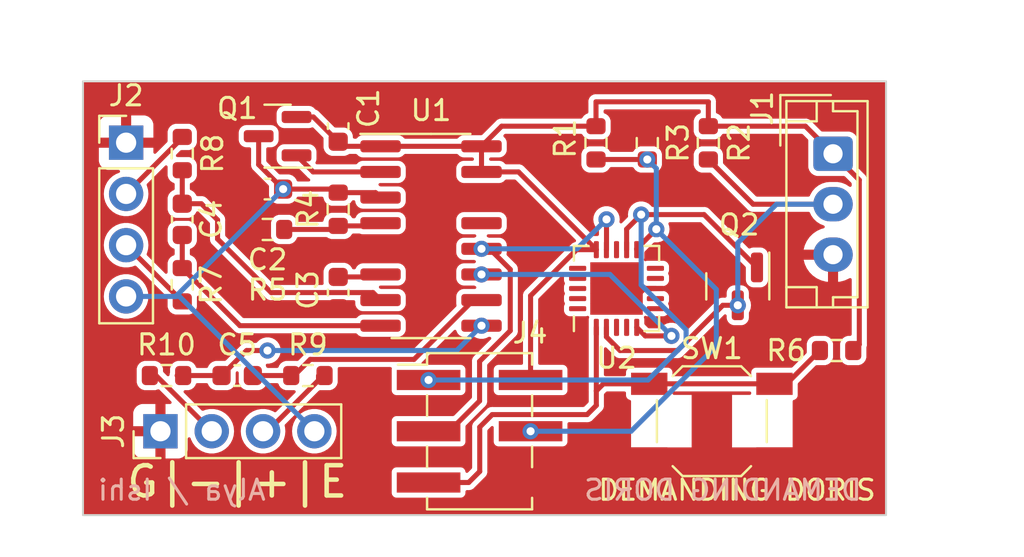
<source format=kicad_pcb>
(kicad_pcb (version 20221018) (generator pcbnew)
  (title_block (title "Spar Sensor "))
  (layers (0 "F.Cu" signal) (31 "B.Cu" signal) (34 "B.Paste" user) (35 "F.Paste" user) (36 "B.SilkS" user "B.Silkscreen") (37 "F.SilkS" user "F.Silkscreen") (38 "B.Mask" user) (39 "F.Mask" user) (44 "Edge.Cuts" user))
  (net 0 "")
  (net 1 "GNDREF")
  (net 2 "+5V")
  (net 3 "+3.3V")
  (net 4 "Net-(U1-VBG)")
  (net 5 "/IN_{A-}")
  (net 6 "/IN_{A+}")
  (net 7 "/IN_{B-}")
  (net 8 "/IN_{B+}")
  (net 9 "/MISO")
  (net 10 "/DOUT")
  (net 11 "/MOSI")
  (net 12 "/RST")
  (net 13 "/in_{A-}")
  (net 14 "/in_{A+}")
  (net 15 "/in_{B-}")
  (net 16 "/in_{B+}")
  (net 17 "/PD_SCK")
  (net 31 "/BASE")
  (net 32 "/FB")
  (net 33 "Net-(J1-Pin_2)")
  (footprint "Resistor_SMD:R_0603_1608Metric" (layer "F.Cu") (at 127.5 144.5 180)
    (fp_text reference "R5" (at 0 -3) (layer "F.SilkS"))
    (fp_text value "5.6k")
    (fp_line (start -0.237258 -0.5225) (end 0.237258 -0.5225) (stroke (width 0.12)) (layer "F.SilkS"))
    (fp_line (start -0.237258 0.5225) (end 0.237258 0.5225) (stroke (width 0.12)) (layer "F.SilkS"))
    (pad "1" smd roundrect (at -0.825 0 180) (size 0.8 0.95) (layers "F.Cu" "F.Paste" "F.Mask") (net 32 "/FB"))
    (pad "2" smd roundrect (at 0.825 0 180) (size 0.8 0.95) (layers "F.Cu" "F.Paste" "F.Mask") (net 1 "GNDREF"))
  )
  (footprint "Capacitor_SMD:C_0603_1608Metric" (layer "F.Cu") (at 126 151.74)
    (fp_text reference "C5" (at 0 -1.524) (layer "F.SilkS"))
    (fp_text value "0.1u")
    (fp_line (start -0.14058 -0.51) (end 0.14058 -0.51) (stroke (width 0.12)) (layer "F.SilkS"))
    (fp_line (start -0.14058 0.51) (end 0.14058 0.51) (stroke (width 0.12)) (layer "F.SilkS"))
    (pad "1" smd roundrect (at -0.775 0) (size 0.9 0.95) (layers "F.Cu" "F.Paste" "F.Mask") (net 7 "/IN_{B-}"))
    (pad "2" smd roundrect (at 0.775 0) (size 0.9 0.95) (layers "F.Cu" "F.Paste" "F.Mask") (net 8 "/IN_{B+}"))
  )
  (footprint "Package_TO_SOT_SMD:SOT-23" (layer "F.Cu") (at 150.784 147.32 -90)
    (fp_text reference "Q2" (at -3.048 -0.066) (layer "F.SilkS"))
    (fp_text value "2N7002K")
    (fp_line (start 0 -1.56) (end -1.675 -1.56) (stroke (width 0.12)) (layer "F.SilkS"))
    (fp_line (start 0 -1.56) (end 0.65 -1.56) (stroke (width 0.12)) (layer "F.SilkS"))
    (fp_line (start 0 1.56) (end -0.65 1.56) (stroke (width 0.12)) (layer "F.SilkS"))
    (fp_line (start 0 1.56) (end 0.65 1.56) (stroke (width 0.12)) (layer "F.SilkS"))
    (pad "1" smd roundrect (at -0.9375 -0.95 270) (size 1.475 0.6) (layers "F.Cu" "F.Paste" "F.Mask") (net 9 "/MISO"))
    (pad "2" smd roundrect (at -0.9375 0.95 270) (size 1.475 0.6) (layers "F.Cu" "F.Paste" "F.Mask") (net 1 "GNDREF"))
    (pad "3" smd roundrect (at 0.9375 0 270) (size 1.475 0.6) (layers "F.Cu" "F.Paste" "F.Mask") (net 33 "Net-(J1-Pin_2)"))
  )
  (footprint "Resistor_SMD:R_0603_1608Metric" (layer "F.Cu") (at 155.675 150.5 180)
    (fp_text reference "R6" (at 2.5 0) (layer "F.SilkS"))
    (fp_text value "10k")
    (fp_line (start -0.237258 -0.5225) (end 0.237258 -0.5225) (stroke (width 0.12)) (layer "F.SilkS"))
    (fp_line (start -0.237258 0.5225) (end 0.237258 0.5225) (stroke (width 0.12)) (layer "F.SilkS"))
    (pad "1" smd roundrect (at -0.825 0 180) (size 0.8 0.95) (layers "F.Cu" "F.Paste" "F.Mask") (net 2 "+5V"))
    (pad "2" smd roundrect (at 0.825 0 180) (size 0.8 0.95) (layers "F.Cu" "F.Paste" "F.Mask") (net 12 "/RST"))
  )
  (footprint "Connector_PinHeader_2.54mm:PinHeader_2x03_P2.54mm_Vertical_SMD" (layer "F.Cu") (at 138 154.5)
    (fp_text reference "J4" (at 2.5 -4.87) (layer "F.SilkS"))
    (fp_text value "AVR-ISP-6")
    (fp_line (start -4.04 -3.3) (end -2.6 -3.3) (stroke (width 0.12)) (layer "F.SilkS"))
    (fp_line (start -2.6 -3.87) (end -2.6 -3.3) (stroke (width 0.12)) (layer "F.SilkS"))
    (fp_line (start -2.6 -3.87) (end 2.6 -3.87) (stroke (width 0.12)) (layer "F.SilkS"))
    (fp_line (start -2.6 -1.78) (end -2.6 -0.76) (stroke (width 0.12)) (layer "F.SilkS"))
    (fp_line (start -2.6 0.76) (end -2.6 1.78) (stroke (width 0.12)) (layer "F.SilkS"))
    (fp_line (start -2.6 3.3) (end -2.6 3.87) (stroke (width 0.12)) (layer "F.SilkS"))
    (fp_line (start -2.6 3.87) (end 2.6 3.87) (stroke (width 0.12)) (layer "F.SilkS"))
    (fp_line (start 2.6 -3.87) (end 2.6 -3.3) (stroke (width 0.12)) (layer "F.SilkS"))
    (fp_line (start 2.6 -1.78) (end 2.6 -0.76) (stroke (width 0.12)) (layer "F.SilkS"))
    (fp_line (start 2.6 0.76) (end 2.6 1.78) (stroke (width 0.12)) (layer "F.SilkS"))
    (fp_line (start 2.6 3.3) (end 2.6 3.87) (stroke (width 0.12)) (layer "F.SilkS"))
    (pad "1" smd rect (at -2.525 -2.54) (size 3.15 1) (layers "F.Cu" "F.Paste" "F.Mask") (net 9 "/MISO"))
    (pad "2" smd rect (at 2.525 -2.54) (size 3.15 1) (layers "F.Cu" "F.Paste" "F.Mask") (net 2 "+5V"))
    (pad "3" smd rect (at -2.525 0) (size 3.15 1) (layers "F.Cu" "F.Paste" "F.Mask") (net 10 "/DOUT"))
    (pad "4" smd rect (at 2.525 0) (size 3.15 1) (layers "F.Cu" "F.Paste" "F.Mask") (net 11 "/MOSI"))
    (pad "5" smd rect (at -2.525 2.54) (size 3.15 1) (layers "F.Cu" "F.Paste" "F.Mask") (net 12 "/RST"))
    (pad "6" smd rect (at 2.525 2.54) (size 3.15 1) (layers "F.Cu" "F.Paste" "F.Mask") (net 1 "GNDREF"))
  )
  (footprint "Connector_PinHeader_2.54mm:PinHeader_1x04_P2.54mm_Vertical" (layer "F.Cu") (at 122.2 154.5 90)
    (fp_text reference "J3" (at 0 -2.33 90) (layer "F.SilkS"))
    (fp_text value "Conn_01x04_Pin")
    (fp_line (start -1.33 -1.33) (end 0 -1.33) (stroke (width 0.12)) (layer "F.SilkS"))
    (fp_line (start -1.33 0) (end -1.33 -1.33) (stroke (width 0.12)) (layer "F.SilkS"))
    (fp_line (start -1.33 1.27) (end -1.33 8.95) (stroke (width 0.12)) (layer "F.SilkS"))
    (fp_line (start -1.33 1.27) (end 1.33 1.27) (stroke (width 0.12)) (layer "F.SilkS"))
    (fp_line (start -1.33 8.95) (end 1.33 8.95) (stroke (width 0.12)) (layer "F.SilkS"))
    (fp_line (start 1.33 1.27) (end 1.33 8.95) (stroke (width 0.12)) (layer "F.SilkS"))
    (pad "1" thru_hole rect (at 0 0 90) (size 1.7 1.7) (drill 1) (layers "*.Cu" "*.Mask") (net 1 "GNDREF"))
    (pad "2" thru_hole oval (at 0 2.54 90) (size 1.7 1.7) (drill 1) (layers "*.Cu" "*.Mask") (net 15 "/in_{B-}"))
    (pad "3" thru_hole oval (at 0 5.08 90) (size 1.7 1.7) (drill 1) (layers "*.Cu" "*.Mask") (net 16 "/in_{B+}"))
    (pad "4" thru_hole oval (at 0 7.62 90) (size 1.7 1.7) (drill 1) (layers "*.Cu" "*.Mask") (net 3 "+3.3V"))
  )
  (footprint "Resistor_SMD:R_0603_1608Metric" (layer "F.Cu") (at 143.764 140.208 -90)
    (fp_text reference "R1" (at -0.208 1.524 -90) (layer "F.SilkS"))
    (fp_text value "R_US")
    (fp_line (start -0.237258 -0.5225) (end 0.237258 -0.5225) (stroke (width 0.12)) (layer "F.SilkS"))
    (fp_line (start -0.237258 0.5225) (end 0.237258 0.5225) (stroke (width 0.12)) (layer "F.SilkS"))
    (pad "1" smd roundrect (at -0.825 0 270) (size 0.8 0.95) (layers "F.Cu" "F.Paste" "F.Mask") (net 2 "+5V"))
    (pad "2" smd roundrect (at 0.825 0 270) (size 0.8 0.95) (layers "F.Cu" "F.Paste" "F.Mask") (net 11 "/MOSI"))
  )
  (footprint "Package_TO_SOT_SMD:SOT-23" (layer "F.Cu") (at 128 139.878 180)
    (fp_text reference "Q1" (at 2 1.378) (layer "F.SilkS"))
    (fp_text value "MMSS8550")
    (fp_line (start 0 -1.56) (end -1.675 -1.56) (stroke (width 0.12)) (layer "F.SilkS"))
    (fp_line (start 0 -1.56) (end 0.65 -1.56) (stroke (width 0.12)) (layer "F.SilkS"))
    (fp_line (start 0 1.56) (end -0.65 1.56) (stroke (width 0.12)) (layer "F.SilkS"))
    (fp_line (start 0 1.56) (end 0.65 1.56) (stroke (width 0.12)) (layer "F.SilkS"))
    (pad "1" smd roundrect (at -0.9375 -0.95 180) (size 1.475 0.6) (layers "F.Cu" "F.Paste" "F.Mask") (net 31 "/BASE"))
    (pad "2" smd roundrect (at -0.9375 0.95 180) (size 1.475 0.6) (layers "F.Cu" "F.Paste" "F.Mask") (net 2 "+5V"))
    (pad "3" smd roundrect (at 0.9375 0 180) (size 1.475 0.6) (layers "F.Cu" "F.Paste" "F.Mask") (net 3 "+3.3V"))
  )
  (footprint "Resistor_SMD:R_0603_1608Metric" (layer "F.Cu") (at 122.5 151.74 180)
    (fp_text reference "R10" (at 0 1.524) (layer "F.SilkS"))
    (fp_text value "100")
    (fp_line (start -0.237258 -0.5225) (end 0.237258 -0.5225) (stroke (width 0.12)) (layer "F.SilkS"))
    (fp_line (start -0.237258 0.5225) (end 0.237258 0.5225) (stroke (width 0.12)) (layer "F.SilkS"))
    (pad "1" smd roundrect (at -0.825 0 180) (size 0.8 0.95) (layers "F.Cu" "F.Paste" "F.Mask") (net 7 "/IN_{B-}"))
    (pad "2" smd roundrect (at 0.825 0 180) (size 0.8 0.95) (layers "F.Cu" "F.Paste" "F.Mask") (net 15 "/in_{B-}"))
  )
  (footprint "Resistor_SMD:R_0603_1608Metric" (layer "F.Cu") (at 149.326 140.208 -90)
    (fp_text reference "R2" (at 0 -1.524 -90) (layer "F.SilkS"))
    (fp_text value "5.6k")
    (fp_line (start -0.237258 -0.5225) (end 0.237258 -0.5225) (stroke (width 0.12)) (layer "F.SilkS"))
    (fp_line (start -0.237258 0.5225) (end 0.237258 0.5225) (stroke (width 0.12)) (layer "F.SilkS"))
    (pad "1" smd roundrect (at -0.825 0 270) (size 0.8 0.95) (layers "F.Cu" "F.Paste" "F.Mask") (net 2 "+5V"))
    (pad "2" smd roundrect (at 0.825 0 270) (size 0.8 0.95) (layers "F.Cu" "F.Paste" "F.Mask") (net 33 "Net-(J1-Pin_2)"))
  )
  (footprint "Capacitor_SMD:C_0603_1608Metric" (layer "F.Cu") (at 127.5 142.5 180)
    (fp_text reference "C2" (at 0 -3.5) (layer "F.SilkS"))
    (fp_text value "10u")
    (fp_line (start -0.14058 -0.51) (end 0.14058 -0.51) (stroke (width 0.12)) (layer "F.SilkS"))
    (fp_line (start -0.14058 0.51) (end 0.14058 0.51) (stroke (width 0.12)) (layer "F.SilkS"))
    (pad "1" smd roundrect (at -0.775 0 180) (size 0.9 0.95) (layers "F.Cu" "F.Paste" "F.Mask") (net 3 "+3.3V"))
    (pad "2" smd roundrect (at 0.775 0 180) (size 0.9 0.95) (layers "F.Cu" "F.Paste" "F.Mask") (net 1 "GNDREF"))
  )
  (footprint "Resistor_SMD:R_0603_1608Metric" (layer "F.Cu") (at 123.28 140.74 90)
    (fp_text reference "R8" (at 0 1.5 90) (layer "F.SilkS"))
    (fp_text value "100")
    (fp_line (start -0.237258 -0.5225) (end 0.237258 -0.5225) (stroke (width 0.12)) (layer "F.SilkS"))
    (fp_line (start -0.237258 0.5225) (end 0.237258 0.5225) (stroke (width 0.12)) (layer "F.SilkS"))
    (pad "1" smd roundrect (at -0.825 0 90) (size 0.8 0.95) (layers "F.Cu" "F.Paste" "F.Mask") (net 5 "/IN_{A-}"))
    (pad "2" smd roundrect (at 0.825 0 90) (size 0.8 0.95) (layers "F.Cu" "F.Paste" "F.Mask") (net 13 "/in_{A-}"))
  )
  (footprint "Capacitor_SMD:C_0603_1608Metric" (layer "F.Cu") (at 131 147.628 90)
    (fp_text reference "C3" (at 0.128 -1.5 90) (layer "F.SilkS"))
    (fp_text value "0.1u")
    (fp_line (start -0.14058 -0.51) (end 0.14058 -0.51) (stroke (width 0.12)) (layer "F.SilkS"))
    (fp_line (start -0.14058 0.51) (end 0.14058 0.51) (stroke (width 0.12)) (layer "F.SilkS"))
    (pad "1" smd roundrect (at -0.775 0 90) (size 0.9 0.95) (layers "F.Cu" "F.Paste" "F.Mask") (net 1 "GNDREF"))
    (pad "2" smd roundrect (at 0.775 0 90) (size 0.9 0.95) (layers "F.Cu" "F.Paste" "F.Mask") (net 4 "Net-(U1-VBG)"))
  )
  (footprint "Package_SO:SOP-16_3.9x9.9mm_P1.27mm" (layer "F.Cu") (at 135.596 144.825)
    (fp_text reference "U1" (at 0 -6.223) (layer "F.SilkS"))
    (fp_text value "HX711")
    (fp_line (start 0 -5.06) (end -3.5 -5.06) (stroke (width 0.12)) (layer "F.SilkS"))
    (fp_line (start 0 -5.06) (end 1.95 -5.06) (stroke (width 0.12)) (layer "F.SilkS"))
    (fp_line (start 0 5.06) (end -1.95 5.06) (stroke (width 0.12)) (layer "F.SilkS"))
    (fp_line (start 0 5.06) (end 1.95 5.06) (stroke (width 0.12)) (layer "F.SilkS"))
    (pad "1" smd roundrect (at -2.5 -4.445) (size 2 0.6) (layers "F.Cu" "F.Paste" "F.Mask") (net 2 "+5V"))
    (pad "2" smd roundrect (at -2.5 -3.175) (size 2 0.6) (layers "F.Cu" "F.Paste" "F.Mask") (net 31 "/BASE"))
    (pad "3" smd roundrect (at -2.5 -1.905) (size 2 0.6) (layers "F.Cu" "F.Paste" "F.Mask") (net 3 "+3.3V"))
    (pad "4" smd roundrect (at -2.5 -0.635) (size 2 0.6) (layers "F.Cu" "F.Paste" "F.Mask") (net 32 "/FB"))
    (pad "5" smd roundrect (at -2.5 0.635) (size 2 0.6) (layers "F.Cu" "F.Paste" "F.Mask") (net 1 "GNDREF"))
    (pad "6" smd roundrect (at -2.5 1.905) (size 2 0.6) (layers "F.Cu" "F.Paste" "F.Mask") (net 4 "Net-(U1-VBG)"))
    (pad "7" smd roundrect (at -2.5 3.175) (size 2 0.6) (layers "F.Cu" "F.Paste" "F.Mask") (net 5 "/IN_{A-}"))
    (pad "8" smd roundrect (at -2.5 4.445) (size 2 0.6) (layers "F.Cu" "F.Paste" "F.Mask") (net 6 "/IN_{A+}"))
    (pad "9" smd roundrect (at 2.5 4.445) (size 2 0.6) (layers "F.Cu" "F.Paste" "F.Mask") (net 7 "/IN_{B-}"))
    (pad "10" smd roundrect (at 2.5 3.175) (size 2 0.6) (layers "F.Cu" "F.Paste" "F.Mask") (net 8 "/IN_{B+}"))
    (pad "11" smd roundrect (at 2.5 1.905) (size 2 0.6) (layers "F.Cu" "F.Paste" "F.Mask") (net 17 "/PD_SCK"))
    (pad "12" smd roundrect (at 2.5 0.635) (size 2 0.6) (layers "F.Cu" "F.Paste" "F.Mask") (net 10 "/DOUT"))
    (pad "13" smd roundrect (at 2.5 -0.635) (size 2 0.6) (layers "F.Cu" "F.Paste" "F.Mask"))
    (pad "14" smd roundrect (at 2.5 -1.905) (size 2 0.6) (layers "F.Cu" "F.Paste" "F.Mask") (net 1 "GNDREF"))
    (pad "15" smd roundrect (at 2.5 -3.175) (size 2 0.6) (layers "F.Cu" "F.Paste" "F.Mask") (net 2 "+5V"))
    (pad "16" smd roundrect (at 2.5 -4.445) (size 2 0.6) (layers "F.Cu" "F.Paste" "F.Mask") (net 2 "+5V"))
  )
  (footprint "Capacitor_SMD:C_0603_1608Metric" (layer "F.Cu") (at 131 139.378 90)
    (fp_text reference "C1" (at 0.878 1.5 90) (layer "F.SilkS"))
    (fp_text value "10u")
    (fp_line (start -0.14058 -0.51) (end 0.14058 -0.51) (stroke (width 0.12)) (layer "F.SilkS"))
    (fp_line (start -0.14058 0.51) (end 0.14058 0.51) (stroke (width 0.12)) (layer "F.SilkS"))
    (pad "1" smd roundrect (at -0.775 0 90) (size 0.9 0.95) (layers "F.Cu" "F.Paste" "F.Mask") (net 2 "+5V"))
    (pad "2" smd roundrect (at 0.775 0 90) (size 0.9 0.95) (layers "F.Cu" "F.Paste" "F.Mask") (net 1 "GNDREF"))
  )
  (footprint "Resistor_SMD:R_0603_1608Metric" (layer "F.Cu") (at 131 143.5 -90)
    (fp_text reference "R4" (at 0 1.5 -90) (layer "F.SilkS"))
    (fp_text value "10k")
    (fp_line (start -0.237258 -0.5225) (end 0.237258 -0.5225) (stroke (width 0.12)) (layer "F.SilkS"))
    (fp_line (start -0.237258 0.5225) (end 0.237258 0.5225) (stroke (width 0.12)) (layer "F.SilkS"))
    (pad "1" smd roundrect (at -0.825 0 270) (size 0.8 0.95) (layers "F.Cu" "F.Paste" "F.Mask") (net 3 "+3.3V"))
    (pad "2" smd roundrect (at 0.825 0 270) (size 0.8 0.95) (layers "F.Cu" "F.Paste" "F.Mask") (net 32 "/FB"))
  )
  (footprint "Resistor_SMD:R_0603_1608Metric" (layer "F.Cu") (at 129.5 151.74)
    (fp_text reference "R9" (at 0 -1.524) (layer "F.SilkS"))
    (fp_text value "100")
    (fp_line (start -0.237258 -0.5225) (end 0.237258 -0.5225) (stroke (width 0.12)) (layer "F.SilkS"))
    (fp_line (start -0.237258 0.5225) (end 0.237258 0.5225) (stroke (width 0.12)) (layer "F.SilkS"))
    (pad "1" smd roundrect (at -0.825 0) (size 0.8 0.95) (layers "F.Cu" "F.Paste" "F.Mask") (net 8 "/IN_{B+}"))
    (pad "2" smd roundrect (at 0.825 0) (size 0.8 0.95) (layers "F.Cu" "F.Paste" "F.Mask") (net 16 "/in_{B+}"))
  )
  (footprint "Resistor_SMD:R_0603_1608Metric" (layer "F.Cu") (at 123.28 147.24 -90)
    (fp_text reference "R7" (at 0 -1.43 90) (layer "F.SilkS"))
    (fp_text value "100 ")
    (fp_line (start -0.237258 -0.5225) (end 0.237258 -0.5225) (stroke (width 0.12)) (layer "F.SilkS"))
    (fp_line (start -0.237258 0.5225) (end 0.237258 0.5225) (stroke (width 0.12)) (layer "F.SilkS"))
    (pad "1" smd roundrect (at -0.825 0 270) (size 0.8 0.95) (layers "F.Cu" "F.Paste" "F.Mask") (net 6 "/IN_{A+}"))
    (pad "2" smd roundrect (at 0.825 0 270) (size 0.8 0.95) (layers "F.Cu" "F.Paste" "F.Mask") (net 14 "/in_{A+}"))
  )
  (footprint "Button_Switch_SMD:SW_SPST_SKQG_WithStem" (layer "F.Cu") (at 149.5 154)
    (fp_text reference "SW1" (at 0 -3.6) (layer "F.SilkS"))
    (fp_text value "SW_DPST_x2")
    (fp_line (start -2.72 1.04) (end -2.72 -1.04) (stroke (width 0.12)) (layer "F.SilkS"))
    (fp_line (start -1.45 -2.72) (end -1.94 -2.23) (stroke (width 0.12)) (layer "F.SilkS"))
    (fp_line (start -1.45 -2.72) (end 1.45 -2.72) (stroke (width 0.12)) (layer "F.SilkS"))
    (fp_line (start -1.45 2.72) (end -1.94 2.23) (stroke (width 0.12)) (layer "F.SilkS"))
    (fp_line (start -1.45 2.72) (end 1.45 2.72) (stroke (width 0.12)) (layer "F.SilkS"))
    (fp_line (start 1.45 -2.72) (end 1.94 -2.23) (stroke (width 0.12)) (layer "F.SilkS"))
    (fp_line (start 1.45 2.72) (end 1.94 2.23) (stroke (width 0.12)) (layer "F.SilkS"))
    (fp_line (start 2.72 1.04) (end 2.72 -1.04) (stroke (width 0.12)) (layer "F.SilkS"))
    (pad "1" smd rect (at -3.1 -1.85) (size 1.8 1.1) (layers "F.Cu" "F.Paste" "F.Mask") (net 12 "/RST"))
    (pad "1" smd rect (at 3.1 -1.85) (size 1.8 1.1) (layers "F.Cu" "F.Paste" "F.Mask") (net 12 "/RST"))
    (pad "2" smd rect (at -3.1 1.85) (size 1.8 1.1) (layers "F.Cu" "F.Paste" "F.Mask") (net 1 "GNDREF"))
    (pad "2" smd rect (at 3.1 1.85) (size 1.8 1.1) (layers "F.Cu" "F.Paste" "F.Mask") (net 1 "GNDREF"))
    (zone (net 0) (net_name "") (layer "F.Cu") (connect_pads (clearance 0)) (min_thickness 0.254)
      (keepout (tracks not_allowed) (vias not_allowed) (pads not_allowed) (copperpour not_allowed) (footprints not_allowed))
      (fill (thermal_gap 0.508) (thermal_bridge_width 0.508))
      (polygon (pts (xy 145.5 152.7) (xy 148.5 152.7) (xy 148.5 155.3) (xy 145.5 155.3)))
    )
    (zone (net 0) (net_name "") (layer "F.Cu") (connect_pads (clearance 0)) (min_thickness 0.254)
      (keepout (tracks not_allowed) (vias not_allowed) (pads not_allowed) (copperpour not_allowed) (footprints not_allowed))
      (fill (thermal_gap 0.508) (thermal_bridge_width 0.508))
      (polygon (pts (xy 150.5 152.7) (xy 153.5 152.7) (xy 153.5 155.3) (xy 150.5 155.3)))
    )
  )
  (footprint "Connector_PinHeader_2.54mm:PinHeader_1x04_P2.54mm_Vertical" (layer "F.Cu") (at 120.5 140.2)
    (fp_text reference "J2" (at 0 -2.33) (layer "F.SilkS"))
    (fp_text value "Conn_01x04_Pin")
    (fp_line (start -1.33 -1.33) (end 0 -1.33) (stroke (width 0.12)) (layer "F.SilkS"))
    (fp_line (start -1.33 0) (end -1.33 -1.33) (stroke (width 0.12)) (layer "F.SilkS"))
    (fp_line (start -1.33 1.27) (end -1.33 8.95) (stroke (width 0.12)) (layer "F.SilkS"))
    (fp_line (start -1.33 1.27) (end 1.33 1.27) (stroke (width 0.12)) (layer "F.SilkS"))
    (fp_line (start -1.33 8.95) (end 1.33 8.95) (stroke (width 0.12)) (layer "F.SilkS"))
    (fp_line (start 1.33 1.27) (end 1.33 8.95) (stroke (width 0.12)) (layer "F.SilkS"))
    (pad "1" thru_hole rect (at 0 0) (size 1.7 1.7) (drill 1) (layers "*.Cu" "*.Mask") (net 1 "GNDREF"))
    (pad "2" thru_hole oval (at 0 2.54) (size 1.7 1.7) (drill 1) (layers "*.Cu" "*.Mask") (net 13 "/in_{A-}"))
    (pad "3" thru_hole oval (at 0 5.08) (size 1.7 1.7) (drill 1) (layers "*.Cu" "*.Mask") (net 14 "/in_{A+}"))
    (pad "4" thru_hole oval (at 0 7.62) (size 1.7 1.7) (drill 1) (layers "*.Cu" "*.Mask") (net 3 "+3.3V"))
  )
  (footprint "Capacitor_SMD:C_0603_1608Metric" (layer "F.Cu") (at 123.28 144 -90)
    (fp_text reference "C4" (at 0 -1.43 90) (layer "F.SilkS"))
    (fp_text value "0.1u")
    (fp_line (start -0.14058 -0.51) (end 0.14058 -0.51) (stroke (width 0.12)) (layer "F.SilkS"))
    (fp_line (start -0.14058 0.51) (end 0.14058 0.51) (stroke (width 0.12)) (layer "F.SilkS"))
    (pad "1" smd roundrect (at -0.775 0 270) (size 0.9 0.95) (layers "F.Cu" "F.Paste" "F.Mask") (net 5 "/IN_{A-}"))
    (pad "2" smd roundrect (at 0.775 0 270) (size 0.9 0.95) (layers "F.Cu" "F.Paste" "F.Mask") (net 6 "/IN_{A+}"))
  )
  (footprint "Package_DFN_QFN:QFN-20-1EP_4x4mm_P0.5mm_EP2.6x2.6mm" (layer "F.Cu") (at 144.78 147.427 90)
    (fp_text reference "U2" (at -3.449 0) (layer "F.SilkS"))
    (fp_text value "ATtiny85-20M")
    (fp_line (start -2.11 2.11) (end -2.11 1.385) (stroke (width 0.12)) (layer "F.SilkS"))
    (fp_line (start -1.385 -2.11) (end -2.11 -2.11) (stroke (width 0.12)) (layer "F.SilkS"))
    (fp_line (start -1.385 2.11) (end -2.11 2.11) (stroke (width 0.12)) (layer "F.SilkS"))
    (fp_line (start 1.385 -2.11) (end 2.11 -2.11) (stroke (width 0.12)) (layer "F.SilkS"))
    (fp_line (start 1.385 2.11) (end 2.11 2.11) (stroke (width 0.12)) (layer "F.SilkS"))
    (fp_line (start 2.11 -2.11) (end 2.11 -1.385) (stroke (width 0.12)) (layer "F.SilkS"))
    (fp_line (start 2.11 2.11) (end 2.11 1.385) (stroke (width 0.12)) (layer "F.SilkS"))
    (pad "1" smd roundrect (at -1.925 -1 90) (size 0.85 0.25) (layers "F.Cu" "F.Paste" "F.Mask") (net 12 "/RST"))
    (pad "2" smd roundrect (at -1.925 -0.5 90) (size 0.85 0.25) (layers "F.Cu" "F.Paste" "F.Mask") (net 33 "Net-(J1-Pin_2)"))
    (pad "3" smd roundrect (at -1.925 0 90) (size 0.85 0.25) (layers "F.Cu" "F.Paste" "F.Mask"))
    (pad "4" smd roundrect (at -1.925 0.5 90) (size 0.85 0.25) (layers "F.Cu" "F.Paste" "F.Mask"))
    (pad "5" smd roundrect (at -1.925 1 90) (size 0.85 0.25) (layers "F.Cu" "F.Paste" "F.Mask") (net 17 "/PD_SCK"))
    (pad "6" smd roundrect (at -1 1.925 90) (size 0.25 0.85) (layers "F.Cu" "F.Paste" "F.Mask"))
    (pad "7" smd roundrect (at -0.5 1.925 90) (size 0.25 0.85) (layers "F.Cu" "F.Paste" "F.Mask"))
    (pad "8" smd roundrect (at 0 1.925 90) (size 0.25 0.85) (layers "F.Cu" "F.Paste" "F.Mask") (net 1 "GNDREF"))
    (pad "9" smd roundrect (at 0.5 1.925 90) (size 0.25 0.85) (layers "F.Cu" "F.Paste" "F.Mask"))
    (pad "10" smd roundrect (at 1 1.925 90) (size 0.25 0.85) (layers "F.Cu" "F.Paste" "F.Mask"))
    (pad "11" smd roundrect (at 1.925 1 90) (size 0.85 0.25) (layers "F.Cu" "F.Paste" "F.Mask") (net 11 "/MOSI"))
    (pad "12" smd roundrect (at 1.925 0.5 90) (size 0.85 0.25) (layers "F.Cu" "F.Paste" "F.Mask") (net 9 "/MISO"))
    (pad "13" smd roundrect (at 1.925 0 90) (size 0.85 0.25) (layers "F.Cu" "F.Paste" "F.Mask"))
    (pad "14" smd roundrect (at 1.925 -0.5 90) (size 0.85 0.25) (layers "F.Cu" "F.Paste" "F.Mask") (net 10 "/DOUT"))
    (pad "15" smd roundrect (at 1.925 -1 90) (size 0.85 0.25) (layers "F.Cu" "F.Paste" "F.Mask") (net 2 "+5V"))
    (pad "16" smd roundrect (at 1 -1.925 90) (size 0.25 0.85) (layers "F.Cu" "F.Paste" "F.Mask"))
    (pad "17" smd roundrect (at 0.5 -1.925 90) (size 0.25 0.85) (layers "F.Cu" "F.Paste" "F.Mask"))
    (pad "18" smd roundrect (at 0 -1.925 90) (size 0.25 0.85) (layers "F.Cu" "F.Paste" "F.Mask"))
    (pad "19" smd roundrect (at -0.5 -1.925 90) (size 0.25 0.85) (layers "F.Cu" "F.Paste" "F.Mask"))
    (pad "20" smd roundrect (at -1 -1.925 90) (size 0.25 0.85) (layers "F.Cu" "F.Paste" "F.Mask"))
    (pad "21" smd rect (at 0 0 90) (size 2.6 2.6) (layers "F.Cu" "F.Mask") (net 1 "GNDREF"))
  )
  (footprint "Resistor_SMD:R_0603_1608Metric" (layer "F.Cu") (at 146.304 140.208 90)
    (fp_text reference "R3" (at 0 1.524 270) (layer "F.SilkS"))
    (fp_text value "R_US")
    (fp_line (start -0.237258 -0.5225) (end 0.237258 -0.5225) (stroke (width 0.12)) (layer "F.SilkS"))
    (fp_line (start -0.237258 0.5225) (end 0.237258 0.5225) (stroke (width 0.12)) (layer "F.SilkS"))
    (pad "1" smd roundrect (at -0.825 0 90) (size 0.8 0.95) (layers "F.Cu" "F.Paste" "F.Mask") (net 11 "/MOSI"))
    (pad "2" smd roundrect (at 0.825 0 90) (size 0.8 0.95) (layers "F.Cu" "F.Paste" "F.Mask") (net 1 "GNDREF"))
  )
  (footprint "Connector_JST:JST_EH_B3B-EH-A_1x03_P2.50mm_Vertical" (layer "F.Cu") (at 155.5 140.75 -90)
    (fp_text reference "J1" (at -2.25 3.5 90) (layer "F.SilkS"))
    (fp_text value "Conn_01x03_Pin")
    (fp_line (start -2.91 0.11) (end -2.91 2.61) (stroke (width 0.12)) (layer "F.SilkS"))
    (fp_line (start -2.91 2.61) (end -0.41 2.61) (stroke (width 0.12)) (layer "F.SilkS"))
    (fp_line (start -2.61 -1.71) (end -2.61 2.31) (stroke (width 0.12)) (layer "F.SilkS"))
    (fp_line (start -2.61 0) (end -2.11 0) (stroke (width 0.12)) (layer "F.SilkS"))
    (fp_line (start -2.61 0.81) (end -1.61 0.81) (stroke (width 0.12)) (layer "F.SilkS"))
    (fp_line (start -2.61 2.31) (end 7.61 2.31) (stroke (width 0.12)) (layer "F.SilkS"))
    (fp_line (start -2.11 -1.21) (end 7.11 -1.21) (stroke (width 0.12)) (layer "F.SilkS"))
    (fp_line (start -2.11 0) (end -2.11 -1.21) (stroke (width 0.12)) (layer "F.SilkS"))
    (fp_line (start -1.61 0.81) (end -1.61 2.31) (stroke (width 0.12)) (layer "F.SilkS"))
    (fp_line (start 6.61 0.81) (end 6.61 2.31) (stroke (width 0.12)) (layer "F.SilkS"))
    (fp_line (start 7.11 -1.21) (end 7.11 0) (stroke (width 0.12)) (layer "F.SilkS"))
    (fp_line (start 7.11 0) (end 7.61 0) (stroke (width 0.12)) (layer "F.SilkS"))
    (fp_line (start 7.61 -1.71) (end -2.61 -1.71) (stroke (width 0.12)) (layer "F.SilkS"))
    (fp_line (start 7.61 0.81) (end 6.61 0.81) (stroke (width 0.12)) (layer "F.SilkS"))
    (fp_line (start 7.61 2.31) (end 7.61 -1.71) (stroke (width 0.12)) (layer "F.SilkS"))
    (pad "1" thru_hole roundrect (at 0 0 270) (size 1.7 1.95) (drill 0.95) (layers "*.Cu" "*.Mask") (roundrect_rratio 0.1470588235) (net 2 "+5V"))
    (pad "2" thru_hole oval (at 2.5 0 270) (size 1.7 1.95) (drill 0.95) (layers "*.Cu" "*.Mask") (net 33 "Net-(J1-Pin_2)"))
    (pad "3" thru_hole oval (at 5 0 270) (size 1.7 1.95) (drill 0.95) (layers "*.Cu" "*.Mask") (net 1 "GNDREF"))
  )
  (gr_rect (start 118.364 137.16) (end 158.124 158.656) (stroke (width 0.1)) (fill none) (layer "Edge.Cuts"))
  (gr_text "DEMANDING DORIS\n" (at 157 158) (layer "B.SilkS") (effects (font (size 1 1)) (justify left bottom mirror)))
  (gr_text "Alya / Ishi" (at 127.5 158) (layer "B.SilkS") (effects (font (size 1 1)) (justify left bottom mirror)))
  (gr_text "DEMANDING DORIS" (at 143.792 158) (layer "F.SilkS") (effects (font (size 1 1)) (justify left bottom)))
  (gr_text "G|-|+|E" (at 126 157) (layer "F.SilkS") (effects (font (size 1.5 1.5) (thickness 0.225))))
  (segment (start 146.705 147.427) (end 144.78 147.427) (width 0.25) (layer "F.Cu") (net 1))
  (segment (start 137.694249 142.92) (end 138.096 142.92) (width 0.25) (layer "F.Cu") (net 1))
  (segment (start 133.096 140.38) (end 131.227 140.38) (width 0.25) (layer "F.Cu") (net 2))
  (segment (start 139.093 139.383) (end 138.096 140.38) (width 0.25) (layer "F.Cu") (net 2))
  (segment (start 149.326 139.383) (end 154.133 139.383) (width 0.25) (layer "F.Cu") (net 2))
  (segment (start 142.806992 145.502) (end 143.78 145.502) (width 0.25) (layer "F.Cu") (net 2))
  (segment (start 138.096 141.65) (end 139.928 141.65) (width 0.25) (layer "F.Cu") (net 2))
  (segment (start 156.5 150.5) (end 156.8 150.2) (width 0.25) (layer "F.Cu") (net 2))
  (segment (start 133.096 140.38) (end 138.096 140.38) (width 0.25) (layer "F.Cu") (net 2))
  (segment (start 156.8 150.2) (end 156.8 142.05) (width 0.25) (layer "F.Cu") (net 2))
  (segment (start 143.764 138.176) (end 149.326 138.176) (width 0.25) (layer "F.Cu") (net 2))
  (segment (start 138.096 141.65) (end 138.096 140.38) (width 0.25) (layer "F.Cu") (net 2))
  (segment (start 149.326 138.176) (end 149.326 139.383) (width 0.25) (layer "F.Cu") (net 2))
  (segment (start 154.133 139.383) (end 155.5 140.75) (width 0.25) (layer "F.Cu") (net 2))
  (segment (start 140.525 147.783992) (end 142.806992 145.502) (width 0.25) (layer "F.Cu") (net 2))
  (segment (start 140.525 151.96) (end 140.525 147.783992) (width 0.25) (layer "F.Cu") (net 2))
  (segment (start 128.9375 138.928) (end 129.775 138.928) (width 0.25) (layer "F.Cu") (net 2))
  (segment (start 143.764 139.383) (end 143.764 138.176) (width 0.25) (layer "F.Cu") (net 2))
  (segment (start 139.928 141.65) (end 143.78 145.502) (width 0.25) (layer "F.Cu") (net 2))
  (segment (start 131.227 140.38) (end 131 140.153) (width 0.25) (layer "F.Cu") (net 2))
  (segment (start 156.8 142.05) (end 155.5 140.75) (width 0.25) (layer "F.Cu") (net 2))
  (segment (start 143.764 139.383) (end 139.093 139.383) (width 0.25) (layer "F.Cu") (net 2))
  (segment (start 129.775 138.928) (end 131 140.153) (width 0.25) (layer "F.Cu") (net 2))
  (segment (start 130.825 142.5) (end 131 142.675) (width 0.25) (layer "F.Cu") (net 3))
  (segment (start 131 142.675) (end 132.851 142.675) (width 0.25) (layer "F.Cu") (net 3))
  (segment (start 128.275 142.5) (end 127.0625 141.2875) (width 0.25) (layer "F.Cu") (net 3))
  (segment (start 132.851 142.675) (end 133.096 142.92) (width 0.25) (layer "F.Cu") (net 3))
  (segment (start 127.0625 141.2875) (end 127.0625 139.878) (width 0.25) (layer "F.Cu") (net 3))
  (segment (start 128.275 142.5) (end 130.825 142.5) (width 0.25) (layer "F.Cu") (net 3))
  (via (at 128.275 142.5) (size 0.8) (drill 0.4) (layers "F.Cu" "B.Cu") (net 3))
  (segment (start 122.86 147.82) (end 122.955 147.82) (width 0.25) (layer "B.Cu") (net 3))
  (segment (start 129.82 154.5) (end 123.14 147.82) (width 0.25) (layer "B.Cu") (net 3))
  (segment (start 123.14 147.82) (end 122.86 147.82) (width 0.25) (layer "B.Cu") (net 3))
  (segment (start 122.955 147.82) (end 128.275 142.5) (width 0.25) (layer "B.Cu") (net 3))
  (segment (start 120.5 147.82) (end 122.86 147.82) (width 0.25) (layer "B.Cu") (net 3))
  (segment (start 131 146.853) (end 132.973 146.853) (width 0.25) (layer "F.Cu") (net 4))
  (segment (start 132.973 146.853) (end 133.096 146.73) (width 0.25) (layer "F.Cu") (net 4))
  (segment (start 123.28 143.225) (end 124.225 143.225) (width 0.25) (layer "F.Cu") (net 5))
  (segment (start 123.28 141.565) (end 123.28 143.225) (width 0.25) (layer "F.Cu") (net 5))
  (segment (start 124.225 143.225) (end 125.0275 144.0275) (width 0.25) (layer "F.Cu") (net 5))
  (segment (start 125.0275 144.0275) (end 125.0275 144.9725) (width 0.25) (layer "F.Cu") (net 5))
  (segment (start 132.724 147.628) (end 133.096 148) (width 0.25) (layer "F.Cu") (net 5))
  (segment (start 125.0275 144.9725) (end 127.683 147.628) (width 0.25) (layer "F.Cu") (net 5))
  (segment (start 127.683 147.628) (end 132.724 147.628) (width 0.25) (layer "F.Cu") (net 5))
  (segment (start 123.28 146.415) (end 126.135 149.27) (width 0.25) (layer "F.Cu") (net 6))
  (segment (start 123.28 146.415) (end 123.28 144.775) (width 0.25) (layer "F.Cu") (net 6))
  (segment (start 126.135 149.27) (end 133.096 149.27) (width 0.25) (layer "F.Cu") (net 6))
  (segment (start 125.225 151.74) (end 126.465 150.5) (width 0.25) (layer "F.Cu") (net 7))
  (segment (start 123.026 151.74) (end 125.225 151.74) (width 0.25) (layer "F.Cu") (net 7))
  (segment (start 126.465 150.5) (end 127.5 150.5) (width 0.25) (layer "F.Cu") (net 7))
  (via (at 127.5 150.5) (size 0.8) (drill 0.4) (layers "F.Cu" "B.Cu") (net 7))
  (via (at 138.096 149.27) (size 0.8) (drill 0.4) (layers "F.Cu" "B.Cu") (net 7))
  (segment (start 127.5 150.5) (end 136.866 150.5) (width 0.25) (layer "B.Cu") (net 7))
  (segment (start 136.866 150.5) (end 138.096 149.27) (width 0.25) (layer "B.Cu") (net 7))
  (segment (start 134.754249 150.94) (end 137.694249 148) (width 0.25) (layer "F.Cu") (net 8))
  (segment (start 126.476 151.74) (end 128.818 151.74) (width 0.25) (layer "F.Cu") (net 8))
  (segment (start 137.694249 148) (end 138.096 148) (width 0.25) (layer "F.Cu") (net 8))
  (segment (start 128.818 151.74) (end 129.618 150.94) (width 0.25) (layer "F.Cu") (net 8))
  (segment (start 129.618 150.94) (end 134.754249 150.94) (width 0.25) (layer "F.Cu") (net 8))
  (segment (start 149.115 143.7635) (end 146.0005 143.7635) (width 0.25) (layer "F.Cu") (net 9))
  (segment (start 145.28 145.502) (end 145.28 144.484) (width 0.25) (layer "F.Cu") (net 9))
  (segment (start 145.28 144.484) (end 146 143.764) (width 0.25) (layer "F.Cu") (net 9))
  (segment (start 151.734 146.3825) (end 149.115 143.7635) (width 0.25) (layer "F.Cu") (net 9))
  (segment (start 146.0005 143.7635) (end 146 143.764) (width 0.25) (layer "F.Cu") (net 9))
  (via (at 146 143.764) (size 0.8) (drill 0.4) (layers "F.Cu" "B.Cu") (net 9))
  (via (at 135.475 151.96) (size 0.8) (drill 0.4) (layers "F.Cu" "B.Cu") (net 9))
  (segment (start 146.340805 151.96) (end 135.475 151.96) (width 0.25) (layer "B.Cu") (net 9))
  (segment (start 148.225 149.475195) (end 148.225 150.075805) (width 0.25) (layer "B.Cu") (net 9))
  (segment (start 146 147.250195) (end 148.225 149.475195) (width 0.25) (layer "B.Cu") (net 9))
  (segment (start 146 143.764) (end 146 147.250195) (width 0.25) (layer "B.Cu") (net 9))
  (segment (start 148.225 150.075805) (end 146.340805 151.96) (width 0.25) (layer "B.Cu") (net 9))
  (segment (start 139.518876 146.481125) (end 139.518876 149.518875) (width 0.25) (layer "F.Cu") (net 10))
  (segment (start 138.497751 145.46) (end 139.518876 146.481125) (width 0.25) (layer "F.Cu") (net 10))
  (segment (start 139.518876 149.518875) (end 138 151.037751) (width 0.25) (layer "F.Cu") (net 10))
  (segment (start 138.096 145.46) (end 138.497751 145.46) (width 0.25) (layer "F.Cu") (net 10))
  (segment (start 144.284569 144) (end 144.284569 145.497431) (width 0.25) (layer "F.Cu") (net 10))
  (segment (start 144.284569 145.497431) (end 144.28 145.502) (width 0.25) (layer "F.Cu") (net 10))
  (segment (start 138 153) (end 136.5 154.5) (width 0.25) (layer "F.Cu") (net 10))
  (segment (start 138 151.037751) (end 138 153) (width 0.25) (layer "F.Cu") (net 10))
  (segment (start 136.5 154.5) (end 135.475 154.5) (width 0.25) (layer "F.Cu") (net 10))
  (via (at 144.284569 144) (size 0.8) (drill 0.4) (layers "F.Cu" "B.Cu") (net 10))
  (via (at 138.096 145.46) (size 0.8) (drill 0.4) (layers "F.Cu" "B.Cu") (net 10))
  (segment (start 144.284569 144) (end 142.824569 145.46) (width 0.25) (layer "B.Cu") (net 10))
  (segment (start 142.824569 145.46) (end 138.096 145.46) (width 0.25) (layer "B.Cu") (net 10))
  (segment (start 145.78 145.4585) (end 145.78 145.502) (width 0.25) (layer "F.Cu") (net 11))
  (segment (start 146.75 144.4885) (end 145.78 145.4585) (width 0.25) (layer "F.Cu") (net 11))
  (segment (start 146.304 141.033) (end 143.764 141.033) (width 0.25) (layer "F.Cu") (net 11))
  (via (at 146.304 141.033) (size 0.8) (drill 0.4) (layers "F.Cu" "B.Cu") (net 11))
  (via (at 146.75 144.4885) (size 0.8) (drill 0.4) (layers "F.Cu" "B.Cu") (net 11))
  (via (at 140.525 154.5) (size 0.8) (drill 0.4) (layers "F.Cu" "B.Cu") (net 11))
  (segment (start 140.525 154.5) (end 145.5 154.5) (width 0.25) (layer "B.Cu") (net 11))
  (segment (start 146.75 144.5) (end 146.75 144.4885) (width 0.25) (layer "B.Cu") (net 11))
  (segment (start 146.75 144.4885) (end 146.75 141.479) (width 0.25) (layer "B.Cu") (net 11))
  (segment (start 146.75 141.479) (end 146.304 141.033) (width 0.25) (layer "B.Cu") (net 11))
  (segment (start 145.5 154.5) (end 149.7215 150.2785) (width 0.25) (layer "B.Cu") (net 11))
  (segment (start 149.7215 150.2785) (end 149.7215 147.4715) (width 0.25) (layer "B.Cu") (net 11))
  (segment (start 149.7215 147.4715) (end 146.75 144.5) (width 0.25) (layer "B.Cu") (net 11))
  (segment (start 143.78 152.5) (end 143.78 149.352) (width 0.25) (layer "F.Cu") (net 12))
  (segment (start 143.78 152.5) (end 144.13 152.15) (width 0.25) (layer "F.Cu") (net 12))
  (segment (start 138.625 153.675) (end 143.325 153.675) (width 0.25) (layer "F.Cu") (net 12))
  (segment (start 144.13 152.15) (end 153.2 152.15) (width 0.25) (layer "F.Cu") (net 12))
  (segment (start 143.325 153.675) (end 143.78 153.22) (width 0.25) (layer "F.Cu") (net 12))
  (segment (start 143.78 153.22) (end 143.78 152.5) (width 0.25) (layer "F.Cu") (net 12))
  (segment (start 135.475 157.04) (end 137.46 157.04) (width 0.25) (layer "F.Cu") (net 12))
  (segment (start 153.2 152.15) (end 154.85 150.5) (width 0.25) (layer "F.Cu") (net 12))
  (segment (start 138.0075 156.4925) (end 138.0075 154.2925) (width 0.25) (layer "F.Cu") (net 12))
  (segment (start 137.46 157.04) (end 138.0075 156.4925) (width 0.25) (layer "F.Cu") (net 12))
  (segment (start 138.0075 154.2925) (end 138.625 153.675) (width 0.25) (layer "F.Cu") (net 12))
  (segment (start 120.5 142.74) (end 123.28 139.96) (width 0.25) (layer "F.Cu") (net 13))
  (segment (start 123.28 139.96) (end 123.28 139.915) (width 0.25) (layer "F.Cu") (net 13))
  (segment (start 123.28 148.065) (end 123.28 148.06) (width 0.25) (layer "F.Cu") (net 14))
  (segment (start 123.28 148.06) (end 120.5 145.28) (width 0.25) (layer "F.Cu") (net 14))
  (segment (start 124.74 154.5) (end 121.98 151.74) (width 0.25) (layer "F.Cu") (net 15))
  (segment (start 121.98 151.74) (end 121.675 151.74) (width 0.25) (layer "F.Cu") (net 15))
  (segment (start 127.5 154.5) (end 130.026 151.974) (width 0.25) (layer "F.Cu") (net 16))
  (segment (start 130.026 151.974) (end 130.026 151.74) (width 0.25) (layer "F.Cu") (net 16))
  (segment (start 146.2035 149.7755) (end 145.78 149.352) (width 0.25) (layer "F.Cu") (net 17))
  (segment (start 147.5 149.7755) (end 146.2035 149.7755) (width 0.25) (layer "F.Cu") (net 17))
  (via (at 138.096 146.73) (size 0.8) (drill 0.4) (layers "F.Cu" "B.Cu") (net 17))
  (via (at 147.5 149.7755) (size 0.8) (drill 0.4) (layers "F.Cu" "B.Cu") (net 17))
  (segment (start 144.4545 146.73) (end 147.5 149.7755) (width 0.25) (layer "B.Cu") (net 17))
  (segment (start 138.096 146.73) (end 144.4545 146.73) (width 0.25) (layer "B.Cu") (net 17))
  (segment (start 129.7595 141.65) (end 133.096 141.65) (width 0.25) (layer "F.Cu") (net 31))
  (segment (start 128.9375 140.828) (end 129.7595 141.65) (width 0.25) (layer "F.Cu") (net 31))
  (segment (start 132.961 144.325) (end 133.096 144.19) (width 0.25) (layer "F.Cu") (net 32))
  (segment (start 130.825 144.5) (end 131 144.325) (width 0.25) (layer "F.Cu") (net 32))
  (segment (start 131 144.325) (end 132.961 144.325) (width 0.25) (layer "F.Cu") (net 32))
  (segment (start 128.325 144.5) (end 130.825 144.5) (width 0.25) (layer "F.Cu") (net 32))
  (segment (start 150.784 148.2575) (end 150.043305 148.2575) (width 0.25) (layer "F.Cu") (net 33))
  (segment (start 147.800305 150.5005) (end 144.955492 150.5005) (width 0.25) (layer "F.Cu") (net 33))
  (segment (start 149.326 141.033) (end 151.543 143.25) (width 0.25) (layer "F.Cu") (net 33))
  (segment (start 144.28 149.825008) (end 144.28 149.352) (width 0.25) (layer "F.Cu") (net 33))
  (segment (start 150.043305 148.2575) (end 147.800305 150.5005) (width 0.25) (layer "F.Cu") (net 33))
  (segment (start 144.955492 150.5005) (end 144.28 149.825008) (width 0.25) (layer "F.Cu") (net 33))
  (segment (start 151.543 143.25) (end 155.5 143.25) (width 0.25) (layer "F.Cu") (net 33))
  (via (at 150.784 148.2575) (size 0.8) (drill 0.4) (layers "F.Cu" "B.Cu") (net 33))
  (segment (start 150.784 145.166) (end 150.784 148.2575) (width 0.25) (layer "B.Cu") (net 33))
  (segment (start 155.5 143.25) (end 152.7 143.25) (width 0.25) (layer "B.Cu") (net 33))
  (segment (start 152.7 143.25) (end 150.784 145.166) (width 0.25) (layer "B.Cu") (net 33))
  (zone (net 1) (net_name "GNDREF") (layer "F.Cu") (connect_pads thru_hole_only (clearance 0.25)) (min_thickness 0.15) (fill yes (thermal_gap 0.5) (thermal_bridge_width 0.5))
    (polygon (pts (xy 117.45 136.746) (xy 158.75 136.746) (xy 158.75 159.25) (xy 117.5 159.25)))
  )
)
</source>
